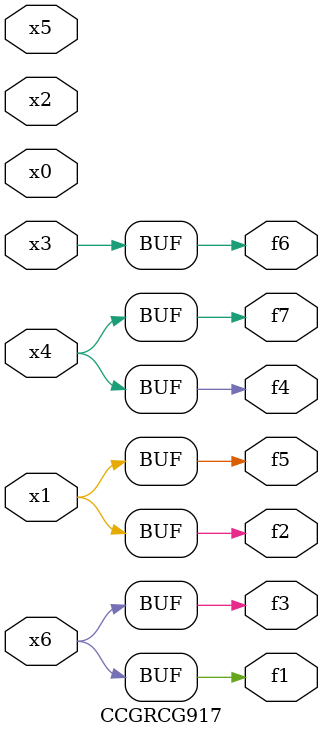
<source format=v>
module CCGRCG917(
	input x0, x1, x2, x3, x4, x5, x6,
	output f1, f2, f3, f4, f5, f6, f7
);
	assign f1 = x6;
	assign f2 = x1;
	assign f3 = x6;
	assign f4 = x4;
	assign f5 = x1;
	assign f6 = x3;
	assign f7 = x4;
endmodule

</source>
